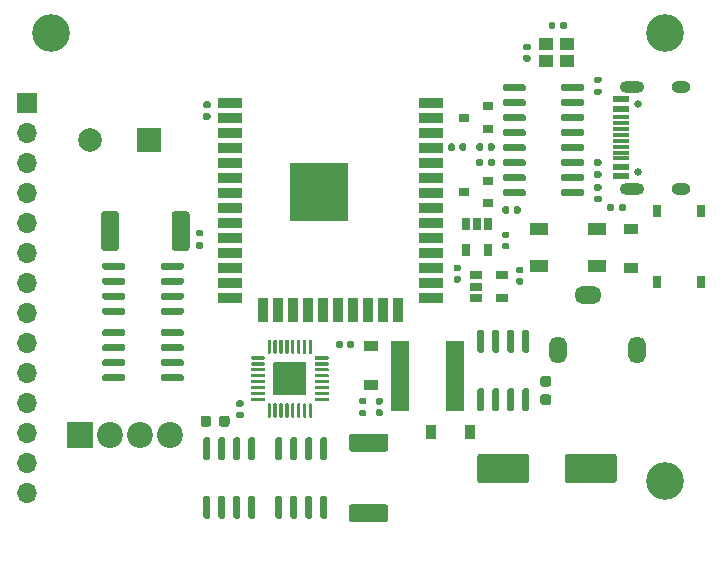
<source format=gts>
G04 #@! TF.GenerationSoftware,KiCad,Pcbnew,(5.1.9)-1*
G04 #@! TF.CreationDate,2021-10-31T11:32:37+00:00*
G04 #@! TF.ProjectId,stepper_driver,73746570-7065-4725-9f64-72697665722e,rev?*
G04 #@! TF.SameCoordinates,Original*
G04 #@! TF.FileFunction,Soldermask,Top*
G04 #@! TF.FilePolarity,Negative*
%FSLAX46Y46*%
G04 Gerber Fmt 4.6, Leading zero omitted, Abs format (unit mm)*
G04 Created by KiCad (PCBNEW (5.1.9)-1) date 2021-10-31 11:32:37*
%MOMM*%
%LPD*%
G01*
G04 APERTURE LIST*
%ADD10O,1.700000X1.700000*%
%ADD11R,1.700000X1.700000*%
%ADD12R,2.000000X0.900000*%
%ADD13R,0.900000X2.000000*%
%ADD14R,5.000000X5.000000*%
%ADD15R,1.150000X1.000000*%
%ADD16C,2.000000*%
%ADD17R,2.000000X2.000000*%
%ADD18C,2.200000*%
%ADD19R,2.200000X2.200000*%
%ADD20R,1.200000X0.900000*%
%ADD21R,1.060000X0.650000*%
%ADD22R,1.600000X5.900000*%
%ADD23O,2.300000X1.500000*%
%ADD24O,1.500000X2.300000*%
%ADD25R,0.650000X1.060000*%
%ADD26R,1.500000X1.000000*%
%ADD27R,0.900000X1.200000*%
%ADD28C,3.200000*%
%ADD29R,1.450000X0.600000*%
%ADD30R,1.450000X0.300000*%
%ADD31O,2.100000X1.000000*%
%ADD32C,0.650000*%
%ADD33O,1.600000X1.000000*%
%ADD34R,0.750000X1.000000*%
%ADD35R,0.900000X0.800000*%
G04 APERTURE END LIST*
G36*
G01*
X138030000Y-115900000D02*
X138370000Y-115900000D01*
G75*
G02*
X138510000Y-116040000I0J-140000D01*
G01*
X138510000Y-116320000D01*
G75*
G02*
X138370000Y-116460000I-140000J0D01*
G01*
X138030000Y-116460000D01*
G75*
G02*
X137890000Y-116320000I0J140000D01*
G01*
X137890000Y-116040000D01*
G75*
G02*
X138030000Y-115900000I140000J0D01*
G01*
G37*
G36*
G01*
X138030000Y-114940000D02*
X138370000Y-114940000D01*
G75*
G02*
X138510000Y-115080000I0J-140000D01*
G01*
X138510000Y-115360000D01*
G75*
G02*
X138370000Y-115500000I-140000J0D01*
G01*
X138030000Y-115500000D01*
G75*
G02*
X137890000Y-115360000I0J140000D01*
G01*
X137890000Y-115080000D01*
G75*
G02*
X138030000Y-114940000I140000J0D01*
G01*
G37*
G36*
G01*
X110100000Y-124355000D02*
X110100000Y-124655000D01*
G75*
G02*
X109950000Y-124805000I-150000J0D01*
G01*
X108300000Y-124805000D01*
G75*
G02*
X108150000Y-124655000I0J150000D01*
G01*
X108150000Y-124355000D01*
G75*
G02*
X108300000Y-124205000I150000J0D01*
G01*
X109950000Y-124205000D01*
G75*
G02*
X110100000Y-124355000I0J-150000D01*
G01*
G37*
G36*
G01*
X110100000Y-123085000D02*
X110100000Y-123385000D01*
G75*
G02*
X109950000Y-123535000I-150000J0D01*
G01*
X108300000Y-123535000D01*
G75*
G02*
X108150000Y-123385000I0J150000D01*
G01*
X108150000Y-123085000D01*
G75*
G02*
X108300000Y-122935000I150000J0D01*
G01*
X109950000Y-122935000D01*
G75*
G02*
X110100000Y-123085000I0J-150000D01*
G01*
G37*
G36*
G01*
X110100000Y-121815000D02*
X110100000Y-122115000D01*
G75*
G02*
X109950000Y-122265000I-150000J0D01*
G01*
X108300000Y-122265000D01*
G75*
G02*
X108150000Y-122115000I0J150000D01*
G01*
X108150000Y-121815000D01*
G75*
G02*
X108300000Y-121665000I150000J0D01*
G01*
X109950000Y-121665000D01*
G75*
G02*
X110100000Y-121815000I0J-150000D01*
G01*
G37*
G36*
G01*
X110100000Y-120545000D02*
X110100000Y-120845000D01*
G75*
G02*
X109950000Y-120995000I-150000J0D01*
G01*
X108300000Y-120995000D01*
G75*
G02*
X108150000Y-120845000I0J150000D01*
G01*
X108150000Y-120545000D01*
G75*
G02*
X108300000Y-120395000I150000J0D01*
G01*
X109950000Y-120395000D01*
G75*
G02*
X110100000Y-120545000I0J-150000D01*
G01*
G37*
G36*
G01*
X115050000Y-120545000D02*
X115050000Y-120845000D01*
G75*
G02*
X114900000Y-120995000I-150000J0D01*
G01*
X113250000Y-120995000D01*
G75*
G02*
X113100000Y-120845000I0J150000D01*
G01*
X113100000Y-120545000D01*
G75*
G02*
X113250000Y-120395000I150000J0D01*
G01*
X114900000Y-120395000D01*
G75*
G02*
X115050000Y-120545000I0J-150000D01*
G01*
G37*
G36*
G01*
X115050000Y-121815000D02*
X115050000Y-122115000D01*
G75*
G02*
X114900000Y-122265000I-150000J0D01*
G01*
X113250000Y-122265000D01*
G75*
G02*
X113100000Y-122115000I0J150000D01*
G01*
X113100000Y-121815000D01*
G75*
G02*
X113250000Y-121665000I150000J0D01*
G01*
X114900000Y-121665000D01*
G75*
G02*
X115050000Y-121815000I0J-150000D01*
G01*
G37*
G36*
G01*
X115050000Y-123085000D02*
X115050000Y-123385000D01*
G75*
G02*
X114900000Y-123535000I-150000J0D01*
G01*
X113250000Y-123535000D01*
G75*
G02*
X113100000Y-123385000I0J150000D01*
G01*
X113100000Y-123085000D01*
G75*
G02*
X113250000Y-122935000I150000J0D01*
G01*
X114900000Y-122935000D01*
G75*
G02*
X115050000Y-123085000I0J-150000D01*
G01*
G37*
G36*
G01*
X115050000Y-124355000D02*
X115050000Y-124655000D01*
G75*
G02*
X114900000Y-124805000I-150000J0D01*
G01*
X113250000Y-124805000D01*
G75*
G02*
X113100000Y-124655000I0J150000D01*
G01*
X113100000Y-124355000D01*
G75*
G02*
X113250000Y-124205000I150000J0D01*
G01*
X114900000Y-124205000D01*
G75*
G02*
X115050000Y-124355000I0J-150000D01*
G01*
G37*
G36*
G01*
X117375000Y-127950000D02*
X117375000Y-128450000D01*
G75*
G02*
X117150000Y-128675000I-225000J0D01*
G01*
X116700000Y-128675000D01*
G75*
G02*
X116475000Y-128450000I0J225000D01*
G01*
X116475000Y-127950000D01*
G75*
G02*
X116700000Y-127725000I225000J0D01*
G01*
X117150000Y-127725000D01*
G75*
G02*
X117375000Y-127950000I0J-225000D01*
G01*
G37*
G36*
G01*
X118925000Y-127950000D02*
X118925000Y-128450000D01*
G75*
G02*
X118700000Y-128675000I-225000J0D01*
G01*
X118250000Y-128675000D01*
G75*
G02*
X118025000Y-128450000I0J225000D01*
G01*
X118025000Y-127950000D01*
G75*
G02*
X118250000Y-127725000I225000J0D01*
G01*
X118700000Y-127725000D01*
G75*
G02*
X118925000Y-127950000I0J-225000D01*
G01*
G37*
G36*
G01*
X131430000Y-127200000D02*
X131770000Y-127200000D01*
G75*
G02*
X131910000Y-127340000I0J-140000D01*
G01*
X131910000Y-127620000D01*
G75*
G02*
X131770000Y-127760000I-140000J0D01*
G01*
X131430000Y-127760000D01*
G75*
G02*
X131290000Y-127620000I0J140000D01*
G01*
X131290000Y-127340000D01*
G75*
G02*
X131430000Y-127200000I140000J0D01*
G01*
G37*
G36*
G01*
X131430000Y-126240000D02*
X131770000Y-126240000D01*
G75*
G02*
X131910000Y-126380000I0J-140000D01*
G01*
X131910000Y-126660000D01*
G75*
G02*
X131770000Y-126800000I-140000J0D01*
G01*
X131430000Y-126800000D01*
G75*
G02*
X131290000Y-126660000I0J140000D01*
G01*
X131290000Y-126380000D01*
G75*
G02*
X131430000Y-126240000I140000J0D01*
G01*
G37*
D10*
X101800000Y-134320000D03*
X101800000Y-131780000D03*
X101800000Y-129240000D03*
X101800000Y-126700000D03*
X101800000Y-124160000D03*
X101800000Y-121620000D03*
X101800000Y-119080000D03*
X101800000Y-116540000D03*
X101800000Y-114000000D03*
X101800000Y-111460000D03*
X101800000Y-108920000D03*
X101800000Y-106380000D03*
X101800000Y-103840000D03*
D11*
X101800000Y-101300000D03*
D12*
X135986000Y-101277000D03*
X135986000Y-102547000D03*
X135986000Y-103817000D03*
X135986000Y-105087000D03*
X135986000Y-106357000D03*
X135986000Y-107627000D03*
X135986000Y-108897000D03*
X135986000Y-110167000D03*
X135986000Y-111437000D03*
X135986000Y-112707000D03*
X135986000Y-113977000D03*
X135986000Y-115247000D03*
X135986000Y-116517000D03*
X135986000Y-117787000D03*
D13*
X133201000Y-118787000D03*
X131931000Y-118787000D03*
X130661000Y-118787000D03*
X129391000Y-118787000D03*
X128121000Y-118787000D03*
X126851000Y-118787000D03*
X125581000Y-118787000D03*
X124311000Y-118787000D03*
X123041000Y-118787000D03*
X121771000Y-118787000D03*
D12*
X118986000Y-117787000D03*
X118986000Y-116517000D03*
X118986000Y-115247000D03*
X118986000Y-113977000D03*
X118986000Y-112707000D03*
X118986000Y-111437000D03*
X118986000Y-110167000D03*
X118986000Y-108897000D03*
X118986000Y-107627000D03*
X118986000Y-106357000D03*
X118986000Y-105087000D03*
X118986000Y-103817000D03*
X118986000Y-102547000D03*
X118986000Y-101277000D03*
D14*
X126486000Y-108777000D03*
D15*
X147475000Y-97700000D03*
X145725000Y-97700000D03*
X145725000Y-96300000D03*
X147475000Y-96300000D03*
G36*
G01*
X110100000Y-118755000D02*
X110100000Y-119055000D01*
G75*
G02*
X109950000Y-119205000I-150000J0D01*
G01*
X108300000Y-119205000D01*
G75*
G02*
X108150000Y-119055000I0J150000D01*
G01*
X108150000Y-118755000D01*
G75*
G02*
X108300000Y-118605000I150000J0D01*
G01*
X109950000Y-118605000D01*
G75*
G02*
X110100000Y-118755000I0J-150000D01*
G01*
G37*
G36*
G01*
X110100000Y-117485000D02*
X110100000Y-117785000D01*
G75*
G02*
X109950000Y-117935000I-150000J0D01*
G01*
X108300000Y-117935000D01*
G75*
G02*
X108150000Y-117785000I0J150000D01*
G01*
X108150000Y-117485000D01*
G75*
G02*
X108300000Y-117335000I150000J0D01*
G01*
X109950000Y-117335000D01*
G75*
G02*
X110100000Y-117485000I0J-150000D01*
G01*
G37*
G36*
G01*
X110100000Y-116215000D02*
X110100000Y-116515000D01*
G75*
G02*
X109950000Y-116665000I-150000J0D01*
G01*
X108300000Y-116665000D01*
G75*
G02*
X108150000Y-116515000I0J150000D01*
G01*
X108150000Y-116215000D01*
G75*
G02*
X108300000Y-116065000I150000J0D01*
G01*
X109950000Y-116065000D01*
G75*
G02*
X110100000Y-116215000I0J-150000D01*
G01*
G37*
G36*
G01*
X110100000Y-114945000D02*
X110100000Y-115245000D01*
G75*
G02*
X109950000Y-115395000I-150000J0D01*
G01*
X108300000Y-115395000D01*
G75*
G02*
X108150000Y-115245000I0J150000D01*
G01*
X108150000Y-114945000D01*
G75*
G02*
X108300000Y-114795000I150000J0D01*
G01*
X109950000Y-114795000D01*
G75*
G02*
X110100000Y-114945000I0J-150000D01*
G01*
G37*
G36*
G01*
X115050000Y-114945000D02*
X115050000Y-115245000D01*
G75*
G02*
X114900000Y-115395000I-150000J0D01*
G01*
X113250000Y-115395000D01*
G75*
G02*
X113100000Y-115245000I0J150000D01*
G01*
X113100000Y-114945000D01*
G75*
G02*
X113250000Y-114795000I150000J0D01*
G01*
X114900000Y-114795000D01*
G75*
G02*
X115050000Y-114945000I0J-150000D01*
G01*
G37*
G36*
G01*
X115050000Y-116215000D02*
X115050000Y-116515000D01*
G75*
G02*
X114900000Y-116665000I-150000J0D01*
G01*
X113250000Y-116665000D01*
G75*
G02*
X113100000Y-116515000I0J150000D01*
G01*
X113100000Y-116215000D01*
G75*
G02*
X113250000Y-116065000I150000J0D01*
G01*
X114900000Y-116065000D01*
G75*
G02*
X115050000Y-116215000I0J-150000D01*
G01*
G37*
G36*
G01*
X115050000Y-117485000D02*
X115050000Y-117785000D01*
G75*
G02*
X114900000Y-117935000I-150000J0D01*
G01*
X113250000Y-117935000D01*
G75*
G02*
X113100000Y-117785000I0J150000D01*
G01*
X113100000Y-117485000D01*
G75*
G02*
X113250000Y-117335000I150000J0D01*
G01*
X114900000Y-117335000D01*
G75*
G02*
X115050000Y-117485000I0J-150000D01*
G01*
G37*
G36*
G01*
X115050000Y-118755000D02*
X115050000Y-119055000D01*
G75*
G02*
X114900000Y-119205000I-150000J0D01*
G01*
X113250000Y-119205000D01*
G75*
G02*
X113100000Y-119055000I0J150000D01*
G01*
X113100000Y-118755000D01*
G75*
G02*
X113250000Y-118605000I150000J0D01*
G01*
X114900000Y-118605000D01*
G75*
G02*
X115050000Y-118755000I0J-150000D01*
G01*
G37*
D16*
X107100000Y-104400000D03*
D17*
X112100000Y-104400000D03*
G36*
G01*
X116215000Y-113040000D02*
X116585000Y-113040000D01*
G75*
G02*
X116720000Y-113175000I0J-135000D01*
G01*
X116720000Y-113445000D01*
G75*
G02*
X116585000Y-113580000I-135000J0D01*
G01*
X116215000Y-113580000D01*
G75*
G02*
X116080000Y-113445000I0J135000D01*
G01*
X116080000Y-113175000D01*
G75*
G02*
X116215000Y-113040000I135000J0D01*
G01*
G37*
G36*
G01*
X116215000Y-112020000D02*
X116585000Y-112020000D01*
G75*
G02*
X116720000Y-112155000I0J-135000D01*
G01*
X116720000Y-112425000D01*
G75*
G02*
X116585000Y-112560000I-135000J0D01*
G01*
X116215000Y-112560000D01*
G75*
G02*
X116080000Y-112425000I0J135000D01*
G01*
X116080000Y-112155000D01*
G75*
G02*
X116215000Y-112020000I135000J0D01*
G01*
G37*
G36*
G01*
X109575000Y-110674999D02*
X109575000Y-113525001D01*
G75*
G02*
X109325001Y-113775000I-249999J0D01*
G01*
X108299999Y-113775000D01*
G75*
G02*
X108050000Y-113525001I0J249999D01*
G01*
X108050000Y-110674999D01*
G75*
G02*
X108299999Y-110425000I249999J0D01*
G01*
X109325001Y-110425000D01*
G75*
G02*
X109575000Y-110674999I0J-249999D01*
G01*
G37*
G36*
G01*
X115550000Y-110674999D02*
X115550000Y-113525001D01*
G75*
G02*
X115300001Y-113775000I-249999J0D01*
G01*
X114274999Y-113775000D01*
G75*
G02*
X114025000Y-113525001I0J249999D01*
G01*
X114025000Y-110674999D01*
G75*
G02*
X114274999Y-110425000I249999J0D01*
G01*
X115300001Y-110425000D01*
G75*
G02*
X115550000Y-110674999I0J-249999D01*
G01*
G37*
G36*
G01*
X130385000Y-126760000D02*
X130015000Y-126760000D01*
G75*
G02*
X129880000Y-126625000I0J135000D01*
G01*
X129880000Y-126355000D01*
G75*
G02*
X130015000Y-126220000I135000J0D01*
G01*
X130385000Y-126220000D01*
G75*
G02*
X130520000Y-126355000I0J-135000D01*
G01*
X130520000Y-126625000D01*
G75*
G02*
X130385000Y-126760000I-135000J0D01*
G01*
G37*
G36*
G01*
X130385000Y-127780000D02*
X130015000Y-127780000D01*
G75*
G02*
X129880000Y-127645000I0J135000D01*
G01*
X129880000Y-127375000D01*
G75*
G02*
X130015000Y-127240000I135000J0D01*
G01*
X130385000Y-127240000D01*
G75*
G02*
X130520000Y-127375000I0J-135000D01*
G01*
X130520000Y-127645000D01*
G75*
G02*
X130385000Y-127780000I-135000J0D01*
G01*
G37*
G36*
G01*
X129274999Y-135225000D02*
X132125001Y-135225000D01*
G75*
G02*
X132375000Y-135474999I0J-249999D01*
G01*
X132375000Y-136500001D01*
G75*
G02*
X132125001Y-136750000I-249999J0D01*
G01*
X129274999Y-136750000D01*
G75*
G02*
X129025000Y-136500001I0J249999D01*
G01*
X129025000Y-135474999D01*
G75*
G02*
X129274999Y-135225000I249999J0D01*
G01*
G37*
G36*
G01*
X129274999Y-129250000D02*
X132125001Y-129250000D01*
G75*
G02*
X132375000Y-129499999I0J-249999D01*
G01*
X132375000Y-130525001D01*
G75*
G02*
X132125001Y-130775000I-249999J0D01*
G01*
X129274999Y-130775000D01*
G75*
G02*
X129025000Y-130525001I0J249999D01*
G01*
X129025000Y-129499999D01*
G75*
G02*
X129274999Y-129250000I249999J0D01*
G01*
G37*
G36*
G01*
X120655000Y-134500000D02*
X120955000Y-134500000D01*
G75*
G02*
X121105000Y-134650000I0J-150000D01*
G01*
X121105000Y-136300000D01*
G75*
G02*
X120955000Y-136450000I-150000J0D01*
G01*
X120655000Y-136450000D01*
G75*
G02*
X120505000Y-136300000I0J150000D01*
G01*
X120505000Y-134650000D01*
G75*
G02*
X120655000Y-134500000I150000J0D01*
G01*
G37*
G36*
G01*
X119385000Y-134500000D02*
X119685000Y-134500000D01*
G75*
G02*
X119835000Y-134650000I0J-150000D01*
G01*
X119835000Y-136300000D01*
G75*
G02*
X119685000Y-136450000I-150000J0D01*
G01*
X119385000Y-136450000D01*
G75*
G02*
X119235000Y-136300000I0J150000D01*
G01*
X119235000Y-134650000D01*
G75*
G02*
X119385000Y-134500000I150000J0D01*
G01*
G37*
G36*
G01*
X118115000Y-134500000D02*
X118415000Y-134500000D01*
G75*
G02*
X118565000Y-134650000I0J-150000D01*
G01*
X118565000Y-136300000D01*
G75*
G02*
X118415000Y-136450000I-150000J0D01*
G01*
X118115000Y-136450000D01*
G75*
G02*
X117965000Y-136300000I0J150000D01*
G01*
X117965000Y-134650000D01*
G75*
G02*
X118115000Y-134500000I150000J0D01*
G01*
G37*
G36*
G01*
X116845000Y-134500000D02*
X117145000Y-134500000D01*
G75*
G02*
X117295000Y-134650000I0J-150000D01*
G01*
X117295000Y-136300000D01*
G75*
G02*
X117145000Y-136450000I-150000J0D01*
G01*
X116845000Y-136450000D01*
G75*
G02*
X116695000Y-136300000I0J150000D01*
G01*
X116695000Y-134650000D01*
G75*
G02*
X116845000Y-134500000I150000J0D01*
G01*
G37*
G36*
G01*
X116845000Y-129550000D02*
X117145000Y-129550000D01*
G75*
G02*
X117295000Y-129700000I0J-150000D01*
G01*
X117295000Y-131350000D01*
G75*
G02*
X117145000Y-131500000I-150000J0D01*
G01*
X116845000Y-131500000D01*
G75*
G02*
X116695000Y-131350000I0J150000D01*
G01*
X116695000Y-129700000D01*
G75*
G02*
X116845000Y-129550000I150000J0D01*
G01*
G37*
G36*
G01*
X118115000Y-129550000D02*
X118415000Y-129550000D01*
G75*
G02*
X118565000Y-129700000I0J-150000D01*
G01*
X118565000Y-131350000D01*
G75*
G02*
X118415000Y-131500000I-150000J0D01*
G01*
X118115000Y-131500000D01*
G75*
G02*
X117965000Y-131350000I0J150000D01*
G01*
X117965000Y-129700000D01*
G75*
G02*
X118115000Y-129550000I150000J0D01*
G01*
G37*
G36*
G01*
X119385000Y-129550000D02*
X119685000Y-129550000D01*
G75*
G02*
X119835000Y-129700000I0J-150000D01*
G01*
X119835000Y-131350000D01*
G75*
G02*
X119685000Y-131500000I-150000J0D01*
G01*
X119385000Y-131500000D01*
G75*
G02*
X119235000Y-131350000I0J150000D01*
G01*
X119235000Y-129700000D01*
G75*
G02*
X119385000Y-129550000I150000J0D01*
G01*
G37*
G36*
G01*
X120655000Y-129550000D02*
X120955000Y-129550000D01*
G75*
G02*
X121105000Y-129700000I0J-150000D01*
G01*
X121105000Y-131350000D01*
G75*
G02*
X120955000Y-131500000I-150000J0D01*
G01*
X120655000Y-131500000D01*
G75*
G02*
X120505000Y-131350000I0J150000D01*
G01*
X120505000Y-129700000D01*
G75*
G02*
X120655000Y-129550000I150000J0D01*
G01*
G37*
D18*
X113920000Y-129400000D03*
X111380000Y-129400000D03*
X108840000Y-129400000D03*
D19*
X106300000Y-129400000D03*
D20*
X130900000Y-125150000D03*
X130900000Y-121850000D03*
X152900000Y-111950000D03*
X152900000Y-115250000D03*
D21*
X142000000Y-115850000D03*
X142000000Y-117750000D03*
X139800000Y-117750000D03*
X139800000Y-116800000D03*
X139800000Y-115850000D03*
G36*
G01*
X143330000Y-116080000D02*
X143670000Y-116080000D01*
G75*
G02*
X143810000Y-116220000I0J-140000D01*
G01*
X143810000Y-116500000D01*
G75*
G02*
X143670000Y-116640000I-140000J0D01*
G01*
X143330000Y-116640000D01*
G75*
G02*
X143190000Y-116500000I0J140000D01*
G01*
X143190000Y-116220000D01*
G75*
G02*
X143330000Y-116080000I140000J0D01*
G01*
G37*
G36*
G01*
X143330000Y-115120000D02*
X143670000Y-115120000D01*
G75*
G02*
X143810000Y-115260000I0J-140000D01*
G01*
X143810000Y-115540000D01*
G75*
G02*
X143670000Y-115680000I-140000J0D01*
G01*
X143330000Y-115680000D01*
G75*
G02*
X143190000Y-115540000I0J140000D01*
G01*
X143190000Y-115260000D01*
G75*
G02*
X143330000Y-115120000I140000J0D01*
G01*
G37*
D22*
X133350000Y-124400000D03*
X138050000Y-124400000D03*
G36*
G01*
X126755000Y-134500000D02*
X127055000Y-134500000D01*
G75*
G02*
X127205000Y-134650000I0J-150000D01*
G01*
X127205000Y-136300000D01*
G75*
G02*
X127055000Y-136450000I-150000J0D01*
G01*
X126755000Y-136450000D01*
G75*
G02*
X126605000Y-136300000I0J150000D01*
G01*
X126605000Y-134650000D01*
G75*
G02*
X126755000Y-134500000I150000J0D01*
G01*
G37*
G36*
G01*
X125485000Y-134500000D02*
X125785000Y-134500000D01*
G75*
G02*
X125935000Y-134650000I0J-150000D01*
G01*
X125935000Y-136300000D01*
G75*
G02*
X125785000Y-136450000I-150000J0D01*
G01*
X125485000Y-136450000D01*
G75*
G02*
X125335000Y-136300000I0J150000D01*
G01*
X125335000Y-134650000D01*
G75*
G02*
X125485000Y-134500000I150000J0D01*
G01*
G37*
G36*
G01*
X124215000Y-134500000D02*
X124515000Y-134500000D01*
G75*
G02*
X124665000Y-134650000I0J-150000D01*
G01*
X124665000Y-136300000D01*
G75*
G02*
X124515000Y-136450000I-150000J0D01*
G01*
X124215000Y-136450000D01*
G75*
G02*
X124065000Y-136300000I0J150000D01*
G01*
X124065000Y-134650000D01*
G75*
G02*
X124215000Y-134500000I150000J0D01*
G01*
G37*
G36*
G01*
X122945000Y-134500000D02*
X123245000Y-134500000D01*
G75*
G02*
X123395000Y-134650000I0J-150000D01*
G01*
X123395000Y-136300000D01*
G75*
G02*
X123245000Y-136450000I-150000J0D01*
G01*
X122945000Y-136450000D01*
G75*
G02*
X122795000Y-136300000I0J150000D01*
G01*
X122795000Y-134650000D01*
G75*
G02*
X122945000Y-134500000I150000J0D01*
G01*
G37*
G36*
G01*
X122945000Y-129550000D02*
X123245000Y-129550000D01*
G75*
G02*
X123395000Y-129700000I0J-150000D01*
G01*
X123395000Y-131350000D01*
G75*
G02*
X123245000Y-131500000I-150000J0D01*
G01*
X122945000Y-131500000D01*
G75*
G02*
X122795000Y-131350000I0J150000D01*
G01*
X122795000Y-129700000D01*
G75*
G02*
X122945000Y-129550000I150000J0D01*
G01*
G37*
G36*
G01*
X124215000Y-129550000D02*
X124515000Y-129550000D01*
G75*
G02*
X124665000Y-129700000I0J-150000D01*
G01*
X124665000Y-131350000D01*
G75*
G02*
X124515000Y-131500000I-150000J0D01*
G01*
X124215000Y-131500000D01*
G75*
G02*
X124065000Y-131350000I0J150000D01*
G01*
X124065000Y-129700000D01*
G75*
G02*
X124215000Y-129550000I150000J0D01*
G01*
G37*
G36*
G01*
X125485000Y-129550000D02*
X125785000Y-129550000D01*
G75*
G02*
X125935000Y-129700000I0J-150000D01*
G01*
X125935000Y-131350000D01*
G75*
G02*
X125785000Y-131500000I-150000J0D01*
G01*
X125485000Y-131500000D01*
G75*
G02*
X125335000Y-131350000I0J150000D01*
G01*
X125335000Y-129700000D01*
G75*
G02*
X125485000Y-129550000I150000J0D01*
G01*
G37*
G36*
G01*
X126755000Y-129550000D02*
X127055000Y-129550000D01*
G75*
G02*
X127205000Y-129700000I0J-150000D01*
G01*
X127205000Y-131350000D01*
G75*
G02*
X127055000Y-131500000I-150000J0D01*
G01*
X126755000Y-131500000D01*
G75*
G02*
X126605000Y-131350000I0J150000D01*
G01*
X126605000Y-129700000D01*
G75*
G02*
X126755000Y-129550000I150000J0D01*
G01*
G37*
G36*
G01*
X122691000Y-123200000D02*
X125379000Y-123200000D01*
G75*
G02*
X125435000Y-123256000I0J-56000D01*
G01*
X125435000Y-125944000D01*
G75*
G02*
X125379000Y-126000000I-56000J0D01*
G01*
X122691000Y-126000000D01*
G75*
G02*
X122635000Y-125944000I0J56000D01*
G01*
X122635000Y-123256000D01*
G75*
G02*
X122691000Y-123200000I56000J0D01*
G01*
G37*
G36*
G01*
X127335000Y-126280000D02*
X127335000Y-126420000D01*
G75*
G02*
X127265000Y-126490000I-70000J0D01*
G01*
X126205000Y-126490000D01*
G75*
G02*
X126135000Y-126420000I0J70000D01*
G01*
X126135000Y-126280000D01*
G75*
G02*
X126205000Y-126210000I70000J0D01*
G01*
X127265000Y-126210000D01*
G75*
G02*
X127335000Y-126280000I0J-70000D01*
G01*
G37*
G36*
G01*
X127335000Y-125780000D02*
X127335000Y-125920000D01*
G75*
G02*
X127265000Y-125990000I-70000J0D01*
G01*
X126205000Y-125990000D01*
G75*
G02*
X126135000Y-125920000I0J70000D01*
G01*
X126135000Y-125780000D01*
G75*
G02*
X126205000Y-125710000I70000J0D01*
G01*
X127265000Y-125710000D01*
G75*
G02*
X127335000Y-125780000I0J-70000D01*
G01*
G37*
G36*
G01*
X127335000Y-125280000D02*
X127335000Y-125420000D01*
G75*
G02*
X127265000Y-125490000I-70000J0D01*
G01*
X126205000Y-125490000D01*
G75*
G02*
X126135000Y-125420000I0J70000D01*
G01*
X126135000Y-125280000D01*
G75*
G02*
X126205000Y-125210000I70000J0D01*
G01*
X127265000Y-125210000D01*
G75*
G02*
X127335000Y-125280000I0J-70000D01*
G01*
G37*
G36*
G01*
X127335000Y-124780000D02*
X127335000Y-124920000D01*
G75*
G02*
X127265000Y-124990000I-70000J0D01*
G01*
X126205000Y-124990000D01*
G75*
G02*
X126135000Y-124920000I0J70000D01*
G01*
X126135000Y-124780000D01*
G75*
G02*
X126205000Y-124710000I70000J0D01*
G01*
X127265000Y-124710000D01*
G75*
G02*
X127335000Y-124780000I0J-70000D01*
G01*
G37*
G36*
G01*
X127335000Y-124280000D02*
X127335000Y-124420000D01*
G75*
G02*
X127265000Y-124490000I-70000J0D01*
G01*
X126205000Y-124490000D01*
G75*
G02*
X126135000Y-124420000I0J70000D01*
G01*
X126135000Y-124280000D01*
G75*
G02*
X126205000Y-124210000I70000J0D01*
G01*
X127265000Y-124210000D01*
G75*
G02*
X127335000Y-124280000I0J-70000D01*
G01*
G37*
G36*
G01*
X127335000Y-123780000D02*
X127335000Y-123920000D01*
G75*
G02*
X127265000Y-123990000I-70000J0D01*
G01*
X126205000Y-123990000D01*
G75*
G02*
X126135000Y-123920000I0J70000D01*
G01*
X126135000Y-123780000D01*
G75*
G02*
X126205000Y-123710000I70000J0D01*
G01*
X127265000Y-123710000D01*
G75*
G02*
X127335000Y-123780000I0J-70000D01*
G01*
G37*
G36*
G01*
X127335000Y-123280000D02*
X127335000Y-123420000D01*
G75*
G02*
X127265000Y-123490000I-70000J0D01*
G01*
X126205000Y-123490000D01*
G75*
G02*
X126135000Y-123420000I0J70000D01*
G01*
X126135000Y-123280000D01*
G75*
G02*
X126205000Y-123210000I70000J0D01*
G01*
X127265000Y-123210000D01*
G75*
G02*
X127335000Y-123280000I0J-70000D01*
G01*
G37*
G36*
G01*
X127335000Y-122780000D02*
X127335000Y-122920000D01*
G75*
G02*
X127265000Y-122990000I-70000J0D01*
G01*
X126205000Y-122990000D01*
G75*
G02*
X126135000Y-122920000I0J70000D01*
G01*
X126135000Y-122780000D01*
G75*
G02*
X126205000Y-122710000I70000J0D01*
G01*
X127265000Y-122710000D01*
G75*
G02*
X127335000Y-122780000I0J-70000D01*
G01*
G37*
G36*
G01*
X125715000Y-121300000D02*
X125855000Y-121300000D01*
G75*
G02*
X125925000Y-121370000I0J-70000D01*
G01*
X125925000Y-122430000D01*
G75*
G02*
X125855000Y-122500000I-70000J0D01*
G01*
X125715000Y-122500000D01*
G75*
G02*
X125645000Y-122430000I0J70000D01*
G01*
X125645000Y-121370000D01*
G75*
G02*
X125715000Y-121300000I70000J0D01*
G01*
G37*
G36*
G01*
X125215000Y-121300000D02*
X125355000Y-121300000D01*
G75*
G02*
X125425000Y-121370000I0J-70000D01*
G01*
X125425000Y-122430000D01*
G75*
G02*
X125355000Y-122500000I-70000J0D01*
G01*
X125215000Y-122500000D01*
G75*
G02*
X125145000Y-122430000I0J70000D01*
G01*
X125145000Y-121370000D01*
G75*
G02*
X125215000Y-121300000I70000J0D01*
G01*
G37*
G36*
G01*
X124715000Y-121300000D02*
X124855000Y-121300000D01*
G75*
G02*
X124925000Y-121370000I0J-70000D01*
G01*
X124925000Y-122430000D01*
G75*
G02*
X124855000Y-122500000I-70000J0D01*
G01*
X124715000Y-122500000D01*
G75*
G02*
X124645000Y-122430000I0J70000D01*
G01*
X124645000Y-121370000D01*
G75*
G02*
X124715000Y-121300000I70000J0D01*
G01*
G37*
G36*
G01*
X124215000Y-121300000D02*
X124355000Y-121300000D01*
G75*
G02*
X124425000Y-121370000I0J-70000D01*
G01*
X124425000Y-122430000D01*
G75*
G02*
X124355000Y-122500000I-70000J0D01*
G01*
X124215000Y-122500000D01*
G75*
G02*
X124145000Y-122430000I0J70000D01*
G01*
X124145000Y-121370000D01*
G75*
G02*
X124215000Y-121300000I70000J0D01*
G01*
G37*
G36*
G01*
X123715000Y-121300000D02*
X123855000Y-121300000D01*
G75*
G02*
X123925000Y-121370000I0J-70000D01*
G01*
X123925000Y-122430000D01*
G75*
G02*
X123855000Y-122500000I-70000J0D01*
G01*
X123715000Y-122500000D01*
G75*
G02*
X123645000Y-122430000I0J70000D01*
G01*
X123645000Y-121370000D01*
G75*
G02*
X123715000Y-121300000I70000J0D01*
G01*
G37*
G36*
G01*
X123215000Y-121300000D02*
X123355000Y-121300000D01*
G75*
G02*
X123425000Y-121370000I0J-70000D01*
G01*
X123425000Y-122430000D01*
G75*
G02*
X123355000Y-122500000I-70000J0D01*
G01*
X123215000Y-122500000D01*
G75*
G02*
X123145000Y-122430000I0J70000D01*
G01*
X123145000Y-121370000D01*
G75*
G02*
X123215000Y-121300000I70000J0D01*
G01*
G37*
G36*
G01*
X122715000Y-121300000D02*
X122855000Y-121300000D01*
G75*
G02*
X122925000Y-121370000I0J-70000D01*
G01*
X122925000Y-122430000D01*
G75*
G02*
X122855000Y-122500000I-70000J0D01*
G01*
X122715000Y-122500000D01*
G75*
G02*
X122645000Y-122430000I0J70000D01*
G01*
X122645000Y-121370000D01*
G75*
G02*
X122715000Y-121300000I70000J0D01*
G01*
G37*
G36*
G01*
X122215000Y-121300000D02*
X122355000Y-121300000D01*
G75*
G02*
X122425000Y-121370000I0J-70000D01*
G01*
X122425000Y-122430000D01*
G75*
G02*
X122355000Y-122500000I-70000J0D01*
G01*
X122215000Y-122500000D01*
G75*
G02*
X122145000Y-122430000I0J70000D01*
G01*
X122145000Y-121370000D01*
G75*
G02*
X122215000Y-121300000I70000J0D01*
G01*
G37*
G36*
G01*
X120735000Y-122920000D02*
X120735000Y-122780000D01*
G75*
G02*
X120805000Y-122710000I70000J0D01*
G01*
X121865000Y-122710000D01*
G75*
G02*
X121935000Y-122780000I0J-70000D01*
G01*
X121935000Y-122920000D01*
G75*
G02*
X121865000Y-122990000I-70000J0D01*
G01*
X120805000Y-122990000D01*
G75*
G02*
X120735000Y-122920000I0J70000D01*
G01*
G37*
G36*
G01*
X120735000Y-123420000D02*
X120735000Y-123280000D01*
G75*
G02*
X120805000Y-123210000I70000J0D01*
G01*
X121865000Y-123210000D01*
G75*
G02*
X121935000Y-123280000I0J-70000D01*
G01*
X121935000Y-123420000D01*
G75*
G02*
X121865000Y-123490000I-70000J0D01*
G01*
X120805000Y-123490000D01*
G75*
G02*
X120735000Y-123420000I0J70000D01*
G01*
G37*
G36*
G01*
X120735000Y-123920000D02*
X120735000Y-123780000D01*
G75*
G02*
X120805000Y-123710000I70000J0D01*
G01*
X121865000Y-123710000D01*
G75*
G02*
X121935000Y-123780000I0J-70000D01*
G01*
X121935000Y-123920000D01*
G75*
G02*
X121865000Y-123990000I-70000J0D01*
G01*
X120805000Y-123990000D01*
G75*
G02*
X120735000Y-123920000I0J70000D01*
G01*
G37*
G36*
G01*
X120735000Y-124420000D02*
X120735000Y-124280000D01*
G75*
G02*
X120805000Y-124210000I70000J0D01*
G01*
X121865000Y-124210000D01*
G75*
G02*
X121935000Y-124280000I0J-70000D01*
G01*
X121935000Y-124420000D01*
G75*
G02*
X121865000Y-124490000I-70000J0D01*
G01*
X120805000Y-124490000D01*
G75*
G02*
X120735000Y-124420000I0J70000D01*
G01*
G37*
G36*
G01*
X120735000Y-124920000D02*
X120735000Y-124780000D01*
G75*
G02*
X120805000Y-124710000I70000J0D01*
G01*
X121865000Y-124710000D01*
G75*
G02*
X121935000Y-124780000I0J-70000D01*
G01*
X121935000Y-124920000D01*
G75*
G02*
X121865000Y-124990000I-70000J0D01*
G01*
X120805000Y-124990000D01*
G75*
G02*
X120735000Y-124920000I0J70000D01*
G01*
G37*
G36*
G01*
X120735000Y-125420000D02*
X120735000Y-125280000D01*
G75*
G02*
X120805000Y-125210000I70000J0D01*
G01*
X121865000Y-125210000D01*
G75*
G02*
X121935000Y-125280000I0J-70000D01*
G01*
X121935000Y-125420000D01*
G75*
G02*
X121865000Y-125490000I-70000J0D01*
G01*
X120805000Y-125490000D01*
G75*
G02*
X120735000Y-125420000I0J70000D01*
G01*
G37*
G36*
G01*
X120735000Y-125920000D02*
X120735000Y-125780000D01*
G75*
G02*
X120805000Y-125710000I70000J0D01*
G01*
X121865000Y-125710000D01*
G75*
G02*
X121935000Y-125780000I0J-70000D01*
G01*
X121935000Y-125920000D01*
G75*
G02*
X121865000Y-125990000I-70000J0D01*
G01*
X120805000Y-125990000D01*
G75*
G02*
X120735000Y-125920000I0J70000D01*
G01*
G37*
G36*
G01*
X120735000Y-126420000D02*
X120735000Y-126280000D01*
G75*
G02*
X120805000Y-126210000I70000J0D01*
G01*
X121865000Y-126210000D01*
G75*
G02*
X121935000Y-126280000I0J-70000D01*
G01*
X121935000Y-126420000D01*
G75*
G02*
X121865000Y-126490000I-70000J0D01*
G01*
X120805000Y-126490000D01*
G75*
G02*
X120735000Y-126420000I0J70000D01*
G01*
G37*
G36*
G01*
X122215000Y-126700000D02*
X122355000Y-126700000D01*
G75*
G02*
X122425000Y-126770000I0J-70000D01*
G01*
X122425000Y-127830000D01*
G75*
G02*
X122355000Y-127900000I-70000J0D01*
G01*
X122215000Y-127900000D01*
G75*
G02*
X122145000Y-127830000I0J70000D01*
G01*
X122145000Y-126770000D01*
G75*
G02*
X122215000Y-126700000I70000J0D01*
G01*
G37*
G36*
G01*
X122715000Y-126700000D02*
X122855000Y-126700000D01*
G75*
G02*
X122925000Y-126770000I0J-70000D01*
G01*
X122925000Y-127830000D01*
G75*
G02*
X122855000Y-127900000I-70000J0D01*
G01*
X122715000Y-127900000D01*
G75*
G02*
X122645000Y-127830000I0J70000D01*
G01*
X122645000Y-126770000D01*
G75*
G02*
X122715000Y-126700000I70000J0D01*
G01*
G37*
G36*
G01*
X123215000Y-126700000D02*
X123355000Y-126700000D01*
G75*
G02*
X123425000Y-126770000I0J-70000D01*
G01*
X123425000Y-127830000D01*
G75*
G02*
X123355000Y-127900000I-70000J0D01*
G01*
X123215000Y-127900000D01*
G75*
G02*
X123145000Y-127830000I0J70000D01*
G01*
X123145000Y-126770000D01*
G75*
G02*
X123215000Y-126700000I70000J0D01*
G01*
G37*
G36*
G01*
X123715000Y-126700000D02*
X123855000Y-126700000D01*
G75*
G02*
X123925000Y-126770000I0J-70000D01*
G01*
X123925000Y-127830000D01*
G75*
G02*
X123855000Y-127900000I-70000J0D01*
G01*
X123715000Y-127900000D01*
G75*
G02*
X123645000Y-127830000I0J70000D01*
G01*
X123645000Y-126770000D01*
G75*
G02*
X123715000Y-126700000I70000J0D01*
G01*
G37*
G36*
G01*
X124215000Y-126700000D02*
X124355000Y-126700000D01*
G75*
G02*
X124425000Y-126770000I0J-70000D01*
G01*
X124425000Y-127830000D01*
G75*
G02*
X124355000Y-127900000I-70000J0D01*
G01*
X124215000Y-127900000D01*
G75*
G02*
X124145000Y-127830000I0J70000D01*
G01*
X124145000Y-126770000D01*
G75*
G02*
X124215000Y-126700000I70000J0D01*
G01*
G37*
G36*
G01*
X124715000Y-126700000D02*
X124855000Y-126700000D01*
G75*
G02*
X124925000Y-126770000I0J-70000D01*
G01*
X124925000Y-127830000D01*
G75*
G02*
X124855000Y-127900000I-70000J0D01*
G01*
X124715000Y-127900000D01*
G75*
G02*
X124645000Y-127830000I0J70000D01*
G01*
X124645000Y-126770000D01*
G75*
G02*
X124715000Y-126700000I70000J0D01*
G01*
G37*
G36*
G01*
X125215000Y-126700000D02*
X125355000Y-126700000D01*
G75*
G02*
X125425000Y-126770000I0J-70000D01*
G01*
X125425000Y-127830000D01*
G75*
G02*
X125355000Y-127900000I-70000J0D01*
G01*
X125215000Y-127900000D01*
G75*
G02*
X125145000Y-127830000I0J70000D01*
G01*
X125145000Y-126770000D01*
G75*
G02*
X125215000Y-126700000I70000J0D01*
G01*
G37*
G36*
G01*
X125715000Y-126700000D02*
X125855000Y-126700000D01*
G75*
G02*
X125925000Y-126770000I0J-70000D01*
G01*
X125925000Y-127830000D01*
G75*
G02*
X125855000Y-127900000I-70000J0D01*
G01*
X125715000Y-127900000D01*
G75*
G02*
X125645000Y-127830000I0J70000D01*
G01*
X125645000Y-126770000D01*
G75*
G02*
X125715000Y-126700000I70000J0D01*
G01*
G37*
G36*
G01*
X128900000Y-121870000D02*
X128900000Y-121530000D01*
G75*
G02*
X129040000Y-121390000I140000J0D01*
G01*
X129320000Y-121390000D01*
G75*
G02*
X129460000Y-121530000I0J-140000D01*
G01*
X129460000Y-121870000D01*
G75*
G02*
X129320000Y-122010000I-140000J0D01*
G01*
X129040000Y-122010000D01*
G75*
G02*
X128900000Y-121870000I0J140000D01*
G01*
G37*
G36*
G01*
X127940000Y-121870000D02*
X127940000Y-121530000D01*
G75*
G02*
X128080000Y-121390000I140000J0D01*
G01*
X128360000Y-121390000D01*
G75*
G02*
X128500000Y-121530000I0J-140000D01*
G01*
X128500000Y-121870000D01*
G75*
G02*
X128360000Y-122010000I-140000J0D01*
G01*
X128080000Y-122010000D01*
G75*
G02*
X127940000Y-121870000I0J140000D01*
G01*
G37*
G36*
G01*
X119970000Y-127000000D02*
X119630000Y-127000000D01*
G75*
G02*
X119490000Y-126860000I0J140000D01*
G01*
X119490000Y-126580000D01*
G75*
G02*
X119630000Y-126440000I140000J0D01*
G01*
X119970000Y-126440000D01*
G75*
G02*
X120110000Y-126580000I0J-140000D01*
G01*
X120110000Y-126860000D01*
G75*
G02*
X119970000Y-127000000I-140000J0D01*
G01*
G37*
G36*
G01*
X119970000Y-127960000D02*
X119630000Y-127960000D01*
G75*
G02*
X119490000Y-127820000I0J140000D01*
G01*
X119490000Y-127540000D01*
G75*
G02*
X119630000Y-127400000I140000J0D01*
G01*
X119970000Y-127400000D01*
G75*
G02*
X120110000Y-127540000I0J-140000D01*
G01*
X120110000Y-127820000D01*
G75*
G02*
X119970000Y-127960000I-140000J0D01*
G01*
G37*
D23*
X149300000Y-117500000D03*
D24*
X146750000Y-122200000D03*
X153400000Y-122200000D03*
G36*
G01*
X142470000Y-112700000D02*
X142130000Y-112700000D01*
G75*
G02*
X141990000Y-112560000I0J140000D01*
G01*
X141990000Y-112280000D01*
G75*
G02*
X142130000Y-112140000I140000J0D01*
G01*
X142470000Y-112140000D01*
G75*
G02*
X142610000Y-112280000I0J-140000D01*
G01*
X142610000Y-112560000D01*
G75*
G02*
X142470000Y-112700000I-140000J0D01*
G01*
G37*
G36*
G01*
X142470000Y-113660000D02*
X142130000Y-113660000D01*
G75*
G02*
X141990000Y-113520000I0J140000D01*
G01*
X141990000Y-113240000D01*
G75*
G02*
X142130000Y-113100000I140000J0D01*
G01*
X142470000Y-113100000D01*
G75*
G02*
X142610000Y-113240000I0J-140000D01*
G01*
X142610000Y-113520000D01*
G75*
G02*
X142470000Y-113660000I-140000J0D01*
G01*
G37*
D25*
X140850000Y-113700000D03*
X138950000Y-113700000D03*
X138950000Y-111500000D03*
X139900000Y-111500000D03*
X140850000Y-111500000D03*
D26*
X150050000Y-115100000D03*
X150050000Y-111900000D03*
X145150000Y-115100000D03*
X145150000Y-111900000D03*
G36*
G01*
X147300000Y-133200000D02*
X147300000Y-131200000D01*
G75*
G02*
X147550000Y-130950000I250000J0D01*
G01*
X151450000Y-130950000D01*
G75*
G02*
X151700000Y-131200000I0J-250000D01*
G01*
X151700000Y-133200000D01*
G75*
G02*
X151450000Y-133450000I-250000J0D01*
G01*
X147550000Y-133450000D01*
G75*
G02*
X147300000Y-133200000I0J250000D01*
G01*
G37*
G36*
G01*
X139900000Y-133200000D02*
X139900000Y-131200000D01*
G75*
G02*
X140150000Y-130950000I250000J0D01*
G01*
X144050000Y-130950000D01*
G75*
G02*
X144300000Y-131200000I0J-250000D01*
G01*
X144300000Y-133200000D01*
G75*
G02*
X144050000Y-133450000I-250000J0D01*
G01*
X140150000Y-133450000D01*
G75*
G02*
X139900000Y-133200000I0J250000D01*
G01*
G37*
G36*
G01*
X144270000Y-96800000D02*
X143930000Y-96800000D01*
G75*
G02*
X143790000Y-96660000I0J140000D01*
G01*
X143790000Y-96380000D01*
G75*
G02*
X143930000Y-96240000I140000J0D01*
G01*
X144270000Y-96240000D01*
G75*
G02*
X144410000Y-96380000I0J-140000D01*
G01*
X144410000Y-96660000D01*
G75*
G02*
X144270000Y-96800000I-140000J0D01*
G01*
G37*
G36*
G01*
X144270000Y-97760000D02*
X143930000Y-97760000D01*
G75*
G02*
X143790000Y-97620000I0J140000D01*
G01*
X143790000Y-97340000D01*
G75*
G02*
X143930000Y-97200000I140000J0D01*
G01*
X144270000Y-97200000D01*
G75*
G02*
X144410000Y-97340000I0J-140000D01*
G01*
X144410000Y-97620000D01*
G75*
G02*
X144270000Y-97760000I-140000J0D01*
G01*
G37*
G36*
G01*
X146500000Y-94530000D02*
X146500000Y-94870000D01*
G75*
G02*
X146360000Y-95010000I-140000J0D01*
G01*
X146080000Y-95010000D01*
G75*
G02*
X145940000Y-94870000I0J140000D01*
G01*
X145940000Y-94530000D01*
G75*
G02*
X146080000Y-94390000I140000J0D01*
G01*
X146360000Y-94390000D01*
G75*
G02*
X146500000Y-94530000I0J-140000D01*
G01*
G37*
G36*
G01*
X147460000Y-94530000D02*
X147460000Y-94870000D01*
G75*
G02*
X147320000Y-95010000I-140000J0D01*
G01*
X147040000Y-95010000D01*
G75*
G02*
X146900000Y-94870000I0J140000D01*
G01*
X146900000Y-94530000D01*
G75*
G02*
X147040000Y-94390000I140000J0D01*
G01*
X147320000Y-94390000D01*
G75*
G02*
X147460000Y-94530000I0J-140000D01*
G01*
G37*
G36*
G01*
X145450000Y-125925000D02*
X145950000Y-125925000D01*
G75*
G02*
X146175000Y-126150000I0J-225000D01*
G01*
X146175000Y-126600000D01*
G75*
G02*
X145950000Y-126825000I-225000J0D01*
G01*
X145450000Y-126825000D01*
G75*
G02*
X145225000Y-126600000I0J225000D01*
G01*
X145225000Y-126150000D01*
G75*
G02*
X145450000Y-125925000I225000J0D01*
G01*
G37*
G36*
G01*
X145450000Y-124375000D02*
X145950000Y-124375000D01*
G75*
G02*
X146175000Y-124600000I0J-225000D01*
G01*
X146175000Y-125050000D01*
G75*
G02*
X145950000Y-125275000I-225000J0D01*
G01*
X145450000Y-125275000D01*
G75*
G02*
X145225000Y-125050000I0J225000D01*
G01*
X145225000Y-124600000D01*
G75*
G02*
X145450000Y-124375000I225000J0D01*
G01*
G37*
G36*
G01*
X144000000Y-108695000D02*
X144000000Y-108995000D01*
G75*
G02*
X143850000Y-109145000I-150000J0D01*
G01*
X142200000Y-109145000D01*
G75*
G02*
X142050000Y-108995000I0J150000D01*
G01*
X142050000Y-108695000D01*
G75*
G02*
X142200000Y-108545000I150000J0D01*
G01*
X143850000Y-108545000D01*
G75*
G02*
X144000000Y-108695000I0J-150000D01*
G01*
G37*
G36*
G01*
X144000000Y-107425000D02*
X144000000Y-107725000D01*
G75*
G02*
X143850000Y-107875000I-150000J0D01*
G01*
X142200000Y-107875000D01*
G75*
G02*
X142050000Y-107725000I0J150000D01*
G01*
X142050000Y-107425000D01*
G75*
G02*
X142200000Y-107275000I150000J0D01*
G01*
X143850000Y-107275000D01*
G75*
G02*
X144000000Y-107425000I0J-150000D01*
G01*
G37*
G36*
G01*
X144000000Y-106155000D02*
X144000000Y-106455000D01*
G75*
G02*
X143850000Y-106605000I-150000J0D01*
G01*
X142200000Y-106605000D01*
G75*
G02*
X142050000Y-106455000I0J150000D01*
G01*
X142050000Y-106155000D01*
G75*
G02*
X142200000Y-106005000I150000J0D01*
G01*
X143850000Y-106005000D01*
G75*
G02*
X144000000Y-106155000I0J-150000D01*
G01*
G37*
G36*
G01*
X144000000Y-104885000D02*
X144000000Y-105185000D01*
G75*
G02*
X143850000Y-105335000I-150000J0D01*
G01*
X142200000Y-105335000D01*
G75*
G02*
X142050000Y-105185000I0J150000D01*
G01*
X142050000Y-104885000D01*
G75*
G02*
X142200000Y-104735000I150000J0D01*
G01*
X143850000Y-104735000D01*
G75*
G02*
X144000000Y-104885000I0J-150000D01*
G01*
G37*
G36*
G01*
X144000000Y-103615000D02*
X144000000Y-103915000D01*
G75*
G02*
X143850000Y-104065000I-150000J0D01*
G01*
X142200000Y-104065000D01*
G75*
G02*
X142050000Y-103915000I0J150000D01*
G01*
X142050000Y-103615000D01*
G75*
G02*
X142200000Y-103465000I150000J0D01*
G01*
X143850000Y-103465000D01*
G75*
G02*
X144000000Y-103615000I0J-150000D01*
G01*
G37*
G36*
G01*
X144000000Y-102345000D02*
X144000000Y-102645000D01*
G75*
G02*
X143850000Y-102795000I-150000J0D01*
G01*
X142200000Y-102795000D01*
G75*
G02*
X142050000Y-102645000I0J150000D01*
G01*
X142050000Y-102345000D01*
G75*
G02*
X142200000Y-102195000I150000J0D01*
G01*
X143850000Y-102195000D01*
G75*
G02*
X144000000Y-102345000I0J-150000D01*
G01*
G37*
G36*
G01*
X144000000Y-101075000D02*
X144000000Y-101375000D01*
G75*
G02*
X143850000Y-101525000I-150000J0D01*
G01*
X142200000Y-101525000D01*
G75*
G02*
X142050000Y-101375000I0J150000D01*
G01*
X142050000Y-101075000D01*
G75*
G02*
X142200000Y-100925000I150000J0D01*
G01*
X143850000Y-100925000D01*
G75*
G02*
X144000000Y-101075000I0J-150000D01*
G01*
G37*
G36*
G01*
X144000000Y-99805000D02*
X144000000Y-100105000D01*
G75*
G02*
X143850000Y-100255000I-150000J0D01*
G01*
X142200000Y-100255000D01*
G75*
G02*
X142050000Y-100105000I0J150000D01*
G01*
X142050000Y-99805000D01*
G75*
G02*
X142200000Y-99655000I150000J0D01*
G01*
X143850000Y-99655000D01*
G75*
G02*
X144000000Y-99805000I0J-150000D01*
G01*
G37*
G36*
G01*
X148950000Y-99805000D02*
X148950000Y-100105000D01*
G75*
G02*
X148800000Y-100255000I-150000J0D01*
G01*
X147150000Y-100255000D01*
G75*
G02*
X147000000Y-100105000I0J150000D01*
G01*
X147000000Y-99805000D01*
G75*
G02*
X147150000Y-99655000I150000J0D01*
G01*
X148800000Y-99655000D01*
G75*
G02*
X148950000Y-99805000I0J-150000D01*
G01*
G37*
G36*
G01*
X148950000Y-101075000D02*
X148950000Y-101375000D01*
G75*
G02*
X148800000Y-101525000I-150000J0D01*
G01*
X147150000Y-101525000D01*
G75*
G02*
X147000000Y-101375000I0J150000D01*
G01*
X147000000Y-101075000D01*
G75*
G02*
X147150000Y-100925000I150000J0D01*
G01*
X148800000Y-100925000D01*
G75*
G02*
X148950000Y-101075000I0J-150000D01*
G01*
G37*
G36*
G01*
X148950000Y-102345000D02*
X148950000Y-102645000D01*
G75*
G02*
X148800000Y-102795000I-150000J0D01*
G01*
X147150000Y-102795000D01*
G75*
G02*
X147000000Y-102645000I0J150000D01*
G01*
X147000000Y-102345000D01*
G75*
G02*
X147150000Y-102195000I150000J0D01*
G01*
X148800000Y-102195000D01*
G75*
G02*
X148950000Y-102345000I0J-150000D01*
G01*
G37*
G36*
G01*
X148950000Y-103615000D02*
X148950000Y-103915000D01*
G75*
G02*
X148800000Y-104065000I-150000J0D01*
G01*
X147150000Y-104065000D01*
G75*
G02*
X147000000Y-103915000I0J150000D01*
G01*
X147000000Y-103615000D01*
G75*
G02*
X147150000Y-103465000I150000J0D01*
G01*
X148800000Y-103465000D01*
G75*
G02*
X148950000Y-103615000I0J-150000D01*
G01*
G37*
G36*
G01*
X148950000Y-104885000D02*
X148950000Y-105185000D01*
G75*
G02*
X148800000Y-105335000I-150000J0D01*
G01*
X147150000Y-105335000D01*
G75*
G02*
X147000000Y-105185000I0J150000D01*
G01*
X147000000Y-104885000D01*
G75*
G02*
X147150000Y-104735000I150000J0D01*
G01*
X148800000Y-104735000D01*
G75*
G02*
X148950000Y-104885000I0J-150000D01*
G01*
G37*
G36*
G01*
X148950000Y-106155000D02*
X148950000Y-106455000D01*
G75*
G02*
X148800000Y-106605000I-150000J0D01*
G01*
X147150000Y-106605000D01*
G75*
G02*
X147000000Y-106455000I0J150000D01*
G01*
X147000000Y-106155000D01*
G75*
G02*
X147150000Y-106005000I150000J0D01*
G01*
X148800000Y-106005000D01*
G75*
G02*
X148950000Y-106155000I0J-150000D01*
G01*
G37*
G36*
G01*
X148950000Y-107425000D02*
X148950000Y-107725000D01*
G75*
G02*
X148800000Y-107875000I-150000J0D01*
G01*
X147150000Y-107875000D01*
G75*
G02*
X147000000Y-107725000I0J150000D01*
G01*
X147000000Y-107425000D01*
G75*
G02*
X147150000Y-107275000I150000J0D01*
G01*
X148800000Y-107275000D01*
G75*
G02*
X148950000Y-107425000I0J-150000D01*
G01*
G37*
G36*
G01*
X148950000Y-108695000D02*
X148950000Y-108995000D01*
G75*
G02*
X148800000Y-109145000I-150000J0D01*
G01*
X147150000Y-109145000D01*
G75*
G02*
X147000000Y-108995000I0J150000D01*
G01*
X147000000Y-108695000D01*
G75*
G02*
X147150000Y-108545000I150000J0D01*
G01*
X148800000Y-108545000D01*
G75*
G02*
X148950000Y-108695000I0J-150000D01*
G01*
G37*
G36*
G01*
X143855000Y-125400000D02*
X144155000Y-125400000D01*
G75*
G02*
X144305000Y-125550000I0J-150000D01*
G01*
X144305000Y-127200000D01*
G75*
G02*
X144155000Y-127350000I-150000J0D01*
G01*
X143855000Y-127350000D01*
G75*
G02*
X143705000Y-127200000I0J150000D01*
G01*
X143705000Y-125550000D01*
G75*
G02*
X143855000Y-125400000I150000J0D01*
G01*
G37*
G36*
G01*
X142585000Y-125400000D02*
X142885000Y-125400000D01*
G75*
G02*
X143035000Y-125550000I0J-150000D01*
G01*
X143035000Y-127200000D01*
G75*
G02*
X142885000Y-127350000I-150000J0D01*
G01*
X142585000Y-127350000D01*
G75*
G02*
X142435000Y-127200000I0J150000D01*
G01*
X142435000Y-125550000D01*
G75*
G02*
X142585000Y-125400000I150000J0D01*
G01*
G37*
G36*
G01*
X141315000Y-125400000D02*
X141615000Y-125400000D01*
G75*
G02*
X141765000Y-125550000I0J-150000D01*
G01*
X141765000Y-127200000D01*
G75*
G02*
X141615000Y-127350000I-150000J0D01*
G01*
X141315000Y-127350000D01*
G75*
G02*
X141165000Y-127200000I0J150000D01*
G01*
X141165000Y-125550000D01*
G75*
G02*
X141315000Y-125400000I150000J0D01*
G01*
G37*
G36*
G01*
X140045000Y-125400000D02*
X140345000Y-125400000D01*
G75*
G02*
X140495000Y-125550000I0J-150000D01*
G01*
X140495000Y-127200000D01*
G75*
G02*
X140345000Y-127350000I-150000J0D01*
G01*
X140045000Y-127350000D01*
G75*
G02*
X139895000Y-127200000I0J150000D01*
G01*
X139895000Y-125550000D01*
G75*
G02*
X140045000Y-125400000I150000J0D01*
G01*
G37*
G36*
G01*
X140045000Y-120450000D02*
X140345000Y-120450000D01*
G75*
G02*
X140495000Y-120600000I0J-150000D01*
G01*
X140495000Y-122250000D01*
G75*
G02*
X140345000Y-122400000I-150000J0D01*
G01*
X140045000Y-122400000D01*
G75*
G02*
X139895000Y-122250000I0J150000D01*
G01*
X139895000Y-120600000D01*
G75*
G02*
X140045000Y-120450000I150000J0D01*
G01*
G37*
G36*
G01*
X141315000Y-120450000D02*
X141615000Y-120450000D01*
G75*
G02*
X141765000Y-120600000I0J-150000D01*
G01*
X141765000Y-122250000D01*
G75*
G02*
X141615000Y-122400000I-150000J0D01*
G01*
X141315000Y-122400000D01*
G75*
G02*
X141165000Y-122250000I0J150000D01*
G01*
X141165000Y-120600000D01*
G75*
G02*
X141315000Y-120450000I150000J0D01*
G01*
G37*
G36*
G01*
X142585000Y-120450000D02*
X142885000Y-120450000D01*
G75*
G02*
X143035000Y-120600000I0J-150000D01*
G01*
X143035000Y-122250000D01*
G75*
G02*
X142885000Y-122400000I-150000J0D01*
G01*
X142585000Y-122400000D01*
G75*
G02*
X142435000Y-122250000I0J150000D01*
G01*
X142435000Y-120600000D01*
G75*
G02*
X142585000Y-120450000I150000J0D01*
G01*
G37*
G36*
G01*
X143855000Y-120450000D02*
X144155000Y-120450000D01*
G75*
G02*
X144305000Y-120600000I0J-150000D01*
G01*
X144305000Y-122250000D01*
G75*
G02*
X144155000Y-122400000I-150000J0D01*
G01*
X143855000Y-122400000D01*
G75*
G02*
X143705000Y-122250000I0J150000D01*
G01*
X143705000Y-120600000D01*
G75*
G02*
X143855000Y-120450000I150000J0D01*
G01*
G37*
D27*
X139250000Y-129100000D03*
X135950000Y-129100000D03*
D28*
X103800000Y-95300000D03*
X155800000Y-133300000D03*
X155800000Y-95300000D03*
G36*
G01*
X150272500Y-108710000D02*
X149927500Y-108710000D01*
G75*
G02*
X149780000Y-108562500I0J147500D01*
G01*
X149780000Y-108267500D01*
G75*
G02*
X149927500Y-108120000I147500J0D01*
G01*
X150272500Y-108120000D01*
G75*
G02*
X150420000Y-108267500I0J-147500D01*
G01*
X150420000Y-108562500D01*
G75*
G02*
X150272500Y-108710000I-147500J0D01*
G01*
G37*
G36*
G01*
X150272500Y-109680000D02*
X149927500Y-109680000D01*
G75*
G02*
X149780000Y-109532500I0J147500D01*
G01*
X149780000Y-109237500D01*
G75*
G02*
X149927500Y-109090000I147500J0D01*
G01*
X150272500Y-109090000D01*
G75*
G02*
X150420000Y-109237500I0J-147500D01*
G01*
X150420000Y-109532500D01*
G75*
G02*
X150272500Y-109680000I-147500J0D01*
G01*
G37*
D29*
X152055000Y-100952000D03*
X152055000Y-101752000D03*
X152055000Y-106652000D03*
X152055000Y-107452000D03*
X152055000Y-107452000D03*
X152055000Y-106652000D03*
X152055000Y-101752000D03*
X152055000Y-100952000D03*
D30*
X152055000Y-105952000D03*
X152055000Y-105452000D03*
X152055000Y-104952000D03*
X152055000Y-103952000D03*
X152055000Y-103452000D03*
X152055000Y-102952000D03*
X152055000Y-102452000D03*
X152055000Y-104452000D03*
D31*
X152970000Y-99882000D03*
X152970000Y-108522000D03*
D32*
X153500000Y-107092000D03*
D33*
X157150000Y-108522000D03*
D32*
X153500000Y-101312000D03*
D33*
X157150000Y-99882000D03*
G36*
G01*
X150285000Y-99560000D02*
X149915000Y-99560000D01*
G75*
G02*
X149780000Y-99425000I0J135000D01*
G01*
X149780000Y-99155000D01*
G75*
G02*
X149915000Y-99020000I135000J0D01*
G01*
X150285000Y-99020000D01*
G75*
G02*
X150420000Y-99155000I0J-135000D01*
G01*
X150420000Y-99425000D01*
G75*
G02*
X150285000Y-99560000I-135000J0D01*
G01*
G37*
G36*
G01*
X150285000Y-100580000D02*
X149915000Y-100580000D01*
G75*
G02*
X149780000Y-100445000I0J135000D01*
G01*
X149780000Y-100175000D01*
G75*
G02*
X149915000Y-100040000I135000J0D01*
G01*
X150285000Y-100040000D01*
G75*
G02*
X150420000Y-100175000I0J-135000D01*
G01*
X150420000Y-100445000D01*
G75*
G02*
X150285000Y-100580000I-135000J0D01*
G01*
G37*
G36*
G01*
X149915000Y-107040000D02*
X150285000Y-107040000D01*
G75*
G02*
X150420000Y-107175000I0J-135000D01*
G01*
X150420000Y-107445000D01*
G75*
G02*
X150285000Y-107580000I-135000J0D01*
G01*
X149915000Y-107580000D01*
G75*
G02*
X149780000Y-107445000I0J135000D01*
G01*
X149780000Y-107175000D01*
G75*
G02*
X149915000Y-107040000I135000J0D01*
G01*
G37*
G36*
G01*
X149915000Y-106020000D02*
X150285000Y-106020000D01*
G75*
G02*
X150420000Y-106155000I0J-135000D01*
G01*
X150420000Y-106425000D01*
G75*
G02*
X150285000Y-106560000I-135000J0D01*
G01*
X149915000Y-106560000D01*
G75*
G02*
X149780000Y-106425000I0J135000D01*
G01*
X149780000Y-106155000D01*
G75*
G02*
X149915000Y-106020000I135000J0D01*
G01*
G37*
G36*
G01*
X117172500Y-101710000D02*
X116827500Y-101710000D01*
G75*
G02*
X116680000Y-101562500I0J147500D01*
G01*
X116680000Y-101267500D01*
G75*
G02*
X116827500Y-101120000I147500J0D01*
G01*
X117172500Y-101120000D01*
G75*
G02*
X117320000Y-101267500I0J-147500D01*
G01*
X117320000Y-101562500D01*
G75*
G02*
X117172500Y-101710000I-147500J0D01*
G01*
G37*
G36*
G01*
X117172500Y-102680000D02*
X116827500Y-102680000D01*
G75*
G02*
X116680000Y-102532500I0J147500D01*
G01*
X116680000Y-102237500D01*
G75*
G02*
X116827500Y-102090000I147500J0D01*
G01*
X117172500Y-102090000D01*
G75*
G02*
X117320000Y-102237500I0J-147500D01*
G01*
X117320000Y-102532500D01*
G75*
G02*
X117172500Y-102680000I-147500J0D01*
G01*
G37*
G36*
G01*
X138010000Y-104827500D02*
X138010000Y-105172500D01*
G75*
G02*
X137862500Y-105320000I-147500J0D01*
G01*
X137567500Y-105320000D01*
G75*
G02*
X137420000Y-105172500I0J147500D01*
G01*
X137420000Y-104827500D01*
G75*
G02*
X137567500Y-104680000I147500J0D01*
G01*
X137862500Y-104680000D01*
G75*
G02*
X138010000Y-104827500I0J-147500D01*
G01*
G37*
G36*
G01*
X138980000Y-104827500D02*
X138980000Y-105172500D01*
G75*
G02*
X138832500Y-105320000I-147500J0D01*
G01*
X138537500Y-105320000D01*
G75*
G02*
X138390000Y-105172500I0J147500D01*
G01*
X138390000Y-104827500D01*
G75*
G02*
X138537500Y-104680000I147500J0D01*
G01*
X138832500Y-104680000D01*
G75*
G02*
X138980000Y-104827500I0J-147500D01*
G01*
G37*
D34*
X158875000Y-110400000D03*
X155125000Y-110400000D03*
X155125000Y-116400000D03*
X158875000Y-116400000D03*
G36*
G01*
X140790000Y-106472500D02*
X140790000Y-106127500D01*
G75*
G02*
X140937500Y-105980000I147500J0D01*
G01*
X141232500Y-105980000D01*
G75*
G02*
X141380000Y-106127500I0J-147500D01*
G01*
X141380000Y-106472500D01*
G75*
G02*
X141232500Y-106620000I-147500J0D01*
G01*
X140937500Y-106620000D01*
G75*
G02*
X140790000Y-106472500I0J147500D01*
G01*
G37*
G36*
G01*
X139820000Y-106472500D02*
X139820000Y-106127500D01*
G75*
G02*
X139967500Y-105980000I147500J0D01*
G01*
X140262500Y-105980000D01*
G75*
G02*
X140410000Y-106127500I0J-147500D01*
G01*
X140410000Y-106472500D01*
G75*
G02*
X140262500Y-106620000I-147500J0D01*
G01*
X139967500Y-106620000D01*
G75*
G02*
X139820000Y-106472500I0J147500D01*
G01*
G37*
G36*
G01*
X140790000Y-105172500D02*
X140790000Y-104827500D01*
G75*
G02*
X140937500Y-104680000I147500J0D01*
G01*
X141232500Y-104680000D01*
G75*
G02*
X141380000Y-104827500I0J-147500D01*
G01*
X141380000Y-105172500D01*
G75*
G02*
X141232500Y-105320000I-147500J0D01*
G01*
X140937500Y-105320000D01*
G75*
G02*
X140790000Y-105172500I0J147500D01*
G01*
G37*
G36*
G01*
X139820000Y-105172500D02*
X139820000Y-104827500D01*
G75*
G02*
X139967500Y-104680000I147500J0D01*
G01*
X140262500Y-104680000D01*
G75*
G02*
X140410000Y-104827500I0J-147500D01*
G01*
X140410000Y-105172500D01*
G75*
G02*
X140262500Y-105320000I-147500J0D01*
G01*
X139967500Y-105320000D01*
G75*
G02*
X139820000Y-105172500I0J147500D01*
G01*
G37*
D35*
X138800000Y-102500000D03*
X140800000Y-101550000D03*
X140800000Y-103450000D03*
X138800000Y-108800000D03*
X140800000Y-107850000D03*
X140800000Y-109750000D03*
G36*
G01*
X151510000Y-109927500D02*
X151510000Y-110272500D01*
G75*
G02*
X151362500Y-110420000I-147500J0D01*
G01*
X151067500Y-110420000D01*
G75*
G02*
X150920000Y-110272500I0J147500D01*
G01*
X150920000Y-109927500D01*
G75*
G02*
X151067500Y-109780000I147500J0D01*
G01*
X151362500Y-109780000D01*
G75*
G02*
X151510000Y-109927500I0J-147500D01*
G01*
G37*
G36*
G01*
X152480000Y-109927500D02*
X152480000Y-110272500D01*
G75*
G02*
X152332500Y-110420000I-147500J0D01*
G01*
X152037500Y-110420000D01*
G75*
G02*
X151890000Y-110272500I0J147500D01*
G01*
X151890000Y-109927500D01*
G75*
G02*
X152037500Y-109780000I147500J0D01*
G01*
X152332500Y-109780000D01*
G75*
G02*
X152480000Y-109927500I0J-147500D01*
G01*
G37*
G36*
G01*
X142990000Y-110472500D02*
X142990000Y-110127500D01*
G75*
G02*
X143137500Y-109980000I147500J0D01*
G01*
X143432500Y-109980000D01*
G75*
G02*
X143580000Y-110127500I0J-147500D01*
G01*
X143580000Y-110472500D01*
G75*
G02*
X143432500Y-110620000I-147500J0D01*
G01*
X143137500Y-110620000D01*
G75*
G02*
X142990000Y-110472500I0J147500D01*
G01*
G37*
G36*
G01*
X142020000Y-110472500D02*
X142020000Y-110127500D01*
G75*
G02*
X142167500Y-109980000I147500J0D01*
G01*
X142462500Y-109980000D01*
G75*
G02*
X142610000Y-110127500I0J-147500D01*
G01*
X142610000Y-110472500D01*
G75*
G02*
X142462500Y-110620000I-147500J0D01*
G01*
X142167500Y-110620000D01*
G75*
G02*
X142020000Y-110472500I0J147500D01*
G01*
G37*
M02*

</source>
